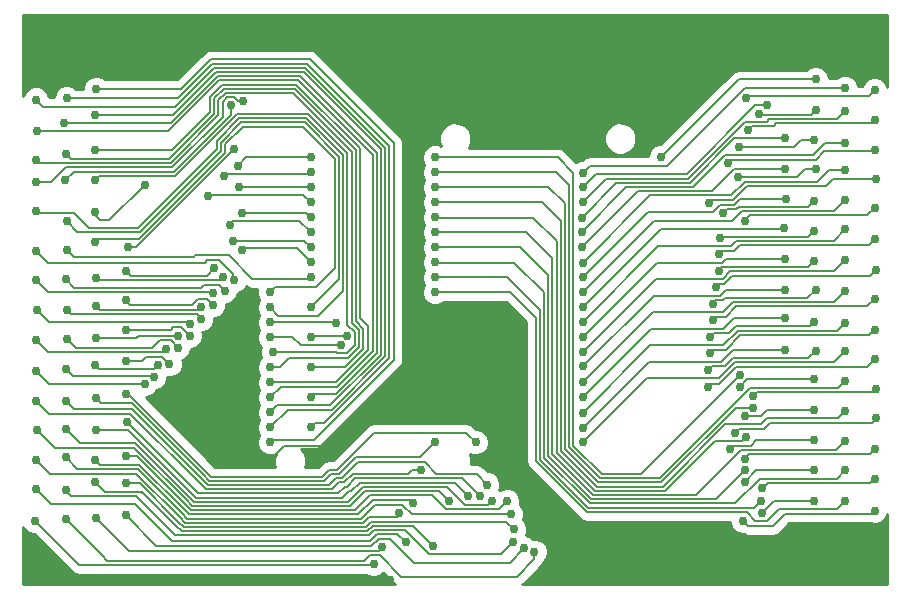
<source format=gbl>
G04 #@! TF.FileFunction,Copper,L2,Bot,Signal*
%FSLAX46Y46*%
G04 Gerber Fmt 4.6, Leading zero omitted, Abs format (unit mm)*
G04 Created by KiCad (PCBNEW 4.0.1-stable) date 2017-04-12 2:11:18 PM*
%MOMM*%
G01*
G04 APERTURE LIST*
%ADD10C,0.150000*%
%ADD11C,0.762000*%
%ADD12C,0.177800*%
%ADD13C,0.254000*%
G04 APERTURE END LIST*
D10*
D11*
X106700000Y-42300000D03*
X93600000Y-48900000D03*
X87000000Y-50200000D03*
X109200000Y-43000000D03*
X111700000Y-43200000D03*
X100800000Y-43900000D03*
X87000000Y-51400000D03*
X102600000Y-44500000D03*
X101900000Y-45200000D03*
X106700000Y-44900000D03*
X87000000Y-52700000D03*
X109200000Y-45000000D03*
X111700000Y-45700000D03*
X101000000Y-46600000D03*
X86900000Y-54000000D03*
X104100000Y-47300000D03*
X106600000Y-47400000D03*
X100200000Y-48000000D03*
X86900000Y-55200000D03*
X109200000Y-47700000D03*
X99300000Y-49400000D03*
X111700000Y-48300000D03*
X86900000Y-56500000D03*
X104100000Y-49900000D03*
X100100000Y-50600000D03*
X106700000Y-49900000D03*
X87000000Y-57800000D03*
X109200000Y-50000000D03*
X97700000Y-52800000D03*
X111800000Y-50700000D03*
X87000000Y-59000000D03*
X104200000Y-52400000D03*
X98900000Y-53600000D03*
X106600000Y-52600000D03*
X87000000Y-60300000D03*
X109200000Y-52500000D03*
X100700000Y-54300000D03*
X111700000Y-53200000D03*
X87000000Y-61600000D03*
X104000000Y-54900000D03*
X98600000Y-55700000D03*
X106600000Y-55100000D03*
X109200000Y-55000000D03*
X87000000Y-62800000D03*
X98500000Y-57100000D03*
X111700000Y-55800000D03*
X104100000Y-57500000D03*
X87000000Y-64100000D03*
X98500000Y-58500000D03*
X106600000Y-57700000D03*
X87000000Y-65400000D03*
X109200000Y-57600000D03*
X98300000Y-59900000D03*
X111800000Y-58400000D03*
X87000000Y-66600000D03*
X104100000Y-60100000D03*
X98000000Y-61300000D03*
X106700000Y-60100000D03*
X109200000Y-60200000D03*
X87000000Y-67900000D03*
X98000000Y-62700000D03*
X111700000Y-60900000D03*
X87000000Y-69200000D03*
X104100000Y-62500000D03*
X97800000Y-64100000D03*
X106600000Y-62800000D03*
X109200000Y-62900000D03*
X87000000Y-70500000D03*
X97800000Y-65500000D03*
X111700000Y-63500000D03*
X87000000Y-71800000D03*
X104100000Y-65200000D03*
X97600000Y-66900000D03*
X106700000Y-65300000D03*
X87000000Y-73000000D03*
X109200000Y-65300000D03*
X97600000Y-68300000D03*
X111700000Y-66000000D03*
X74485000Y-48895000D03*
X100300000Y-67300000D03*
X100300000Y-68300000D03*
X106600000Y-67700000D03*
X74485000Y-50165000D03*
X109200000Y-67800000D03*
X101400000Y-69100000D03*
X111800000Y-68500000D03*
X74485000Y-51435000D03*
X101400000Y-70100000D03*
X106600000Y-70300000D03*
X100700000Y-70800000D03*
X74485000Y-52705000D03*
X109200000Y-70400000D03*
X111800000Y-71000000D03*
X99900000Y-72200000D03*
X74485000Y-53975000D03*
X100800000Y-72600000D03*
X106600000Y-72800000D03*
X99500000Y-73600000D03*
X74485000Y-55245000D03*
X109200000Y-72900000D03*
X111700000Y-73600000D03*
X100700000Y-74400000D03*
X74485000Y-56515000D03*
X100700000Y-75400000D03*
X106600000Y-75400000D03*
X100700000Y-76400000D03*
X74485000Y-57785000D03*
X109200000Y-75400000D03*
X111700000Y-76100000D03*
X102200000Y-76900000D03*
X74485000Y-59055000D03*
X102100000Y-78000000D03*
X106600000Y-78000000D03*
X102200000Y-79000000D03*
X74485000Y-60325000D03*
X109200000Y-78000000D03*
X111700000Y-78800000D03*
X100600000Y-79700000D03*
X69300000Y-83300000D03*
X40600000Y-79700000D03*
X82900000Y-82300000D03*
X43200000Y-79500000D03*
X45800000Y-79400000D03*
X70000000Y-81900000D03*
X48300000Y-79200000D03*
X82000000Y-82000000D03*
X72000000Y-81500000D03*
X40700000Y-77000000D03*
X81100000Y-81500000D03*
X43200000Y-77100000D03*
X45700000Y-76400000D03*
X74300000Y-81800000D03*
X48300000Y-76500000D03*
X81200000Y-80400000D03*
X71400000Y-79000000D03*
X40700000Y-74500000D03*
X80900000Y-79100000D03*
X43200000Y-74300000D03*
X72600000Y-78200000D03*
X45700000Y-74500000D03*
X48300000Y-74200000D03*
X80600000Y-78000000D03*
X40800000Y-72000000D03*
X75700000Y-78000000D03*
X79300000Y-78000000D03*
X43200000Y-71900000D03*
X45800000Y-72000000D03*
X77300000Y-77600000D03*
X48400000Y-71300000D03*
X78300000Y-77600000D03*
X40700000Y-69500000D03*
X73300000Y-75400000D03*
X43200000Y-69500000D03*
X78900000Y-76600000D03*
X74485000Y-73025000D03*
X45800000Y-69300000D03*
X77915000Y-73025000D03*
X48300000Y-68900000D03*
X40700000Y-67000000D03*
X49900000Y-68100000D03*
X50700000Y-67500000D03*
X43200000Y-66800000D03*
X63945000Y-48895000D03*
X57800000Y-49600000D03*
X45700000Y-66500000D03*
X51000000Y-66500000D03*
X63945000Y-50165000D03*
X48300000Y-66100000D03*
X52000000Y-66400000D03*
X56600000Y-50500000D03*
X40700000Y-64400000D03*
X51700000Y-65100000D03*
X63945000Y-51435000D03*
X43300000Y-64300000D03*
X52700000Y-65000000D03*
X57900000Y-51400000D03*
X52700000Y-64000000D03*
X45800000Y-64200000D03*
X63945000Y-52705000D03*
X48300000Y-63500000D03*
X53700000Y-64000000D03*
X55300000Y-52200000D03*
X53700000Y-63000000D03*
X40800000Y-61800000D03*
X63945000Y-53975000D03*
X43300000Y-61800000D03*
X54700000Y-62600000D03*
X58100000Y-53600000D03*
X45800000Y-61500000D03*
X54700000Y-61600000D03*
X63945000Y-55245000D03*
X48300000Y-61000000D03*
X55700000Y-61400000D03*
X57100000Y-54600000D03*
X40700000Y-59300000D03*
X55700000Y-60400000D03*
X63945000Y-56515000D03*
X43200000Y-59200000D03*
X56700000Y-60200000D03*
X57400000Y-56000000D03*
X45800000Y-59100000D03*
X56500000Y-59000000D03*
X63945000Y-57785000D03*
X48300000Y-58500000D03*
X55800000Y-58300000D03*
X58100000Y-56700000D03*
X40700000Y-56800000D03*
X57500000Y-59300000D03*
X63945000Y-59055000D03*
X43300000Y-56700000D03*
X60515000Y-60325000D03*
X45700000Y-56100000D03*
X48500000Y-56500000D03*
X57500000Y-48200000D03*
X60515000Y-61595000D03*
X40700000Y-53400000D03*
X63945000Y-61595000D03*
X43300000Y-54300000D03*
X49900000Y-51200000D03*
X66100000Y-62900000D03*
X60515000Y-62865000D03*
X45700000Y-53500000D03*
X58200000Y-44100000D03*
X60515000Y-64135000D03*
X66500000Y-64800000D03*
X40700000Y-51000000D03*
X43180000Y-50800000D03*
X67000000Y-64000000D03*
X57200000Y-44500000D03*
X63945000Y-64135000D03*
X60800000Y-65400000D03*
X45720000Y-50800000D03*
X60515000Y-66675000D03*
X40700000Y-49100000D03*
X63945000Y-66675000D03*
X43200000Y-48600000D03*
X60515000Y-67945000D03*
X45700000Y-48300000D03*
X60515000Y-69215000D03*
X40800000Y-46700000D03*
X63945000Y-69215000D03*
X43100000Y-46000000D03*
X60515000Y-70485000D03*
X45700000Y-45300000D03*
X60515000Y-71755000D03*
X40700000Y-44000000D03*
X63945000Y-71755000D03*
X43300000Y-43900000D03*
X60515000Y-73025000D03*
X45800000Y-43100000D03*
X57500000Y-74400000D03*
X84400000Y-84600000D03*
X84300000Y-82100000D03*
X72100000Y-45900000D03*
X70700000Y-84700000D03*
D12*
X100200000Y-42300000D02*
X106700000Y-42300000D01*
X93600000Y-48900000D02*
X100200000Y-42300000D01*
X87000000Y-50200000D02*
X87600000Y-49600000D01*
X100700000Y-43000000D02*
X109200000Y-43000000D01*
X94100000Y-49600000D02*
X100700000Y-43000000D01*
X87600000Y-49600000D02*
X94100000Y-49600000D01*
X111200000Y-43700000D02*
X111700000Y-43200000D01*
X101000000Y-43700000D02*
X111200000Y-43700000D01*
X100800000Y-43900000D02*
X101000000Y-43700000D01*
X87000000Y-51400000D02*
X88100000Y-50300000D01*
X101600000Y-44500000D02*
X102600000Y-44500000D01*
X95800000Y-50300000D02*
X101600000Y-44500000D01*
X88100000Y-50300000D02*
X95800000Y-50300000D01*
X101900000Y-45200000D02*
X102000000Y-45300000D01*
X102000000Y-45300000D02*
X106300000Y-45300000D01*
X106300000Y-45300000D02*
X106700000Y-44900000D01*
X87000000Y-52700000D02*
X89000000Y-50700000D01*
X89000000Y-50700000D02*
X95902898Y-50700000D01*
X108544398Y-45655602D02*
X109200000Y-45000000D01*
X102800000Y-45655602D02*
X108544398Y-45655602D01*
X102555602Y-45900000D02*
X102800000Y-45655602D01*
X100702898Y-45900000D02*
X102555602Y-45900000D01*
X95902898Y-50700000D02*
X100702898Y-45900000D01*
X101344398Y-46255602D02*
X103144398Y-46255602D01*
X111388796Y-46011204D02*
X111700000Y-45700000D01*
X103388796Y-46011204D02*
X111388796Y-46011204D01*
X101000000Y-46600000D02*
X101344398Y-46255602D01*
X103144398Y-46255602D02*
X103388796Y-46011204D01*
X89844398Y-51055602D02*
X89900000Y-51055602D01*
X86900000Y-54000000D02*
X89844398Y-51055602D01*
X89900000Y-51055602D02*
X96050194Y-51055602D01*
X99805796Y-47300000D02*
X104100000Y-47300000D01*
X96050194Y-51055602D02*
X99805796Y-47300000D01*
X105500000Y-47400000D02*
X106600000Y-47400000D01*
X104900000Y-48000000D02*
X105500000Y-47400000D01*
X100200000Y-48000000D02*
X104900000Y-48000000D01*
X90688796Y-51411204D02*
X90700000Y-51411204D01*
X86900000Y-55200000D02*
X90688796Y-51411204D01*
X90700000Y-51411204D02*
X96288796Y-51411204D01*
X107500000Y-47700000D02*
X109200000Y-47700000D01*
X106500000Y-48700000D02*
X107500000Y-47700000D01*
X99000000Y-48700000D02*
X106500000Y-48700000D01*
X96288796Y-51411204D02*
X99000000Y-48700000D01*
X99300000Y-49400000D02*
X99600000Y-49100000D01*
X99600000Y-49100000D02*
X106700000Y-49100000D01*
X106700000Y-49100000D02*
X107400000Y-48400000D01*
X107400000Y-48400000D02*
X111600000Y-48400000D01*
X111600000Y-48400000D02*
X111700000Y-48300000D01*
X91633194Y-51766806D02*
X91700000Y-51766806D01*
X86900000Y-56500000D02*
X91633194Y-51766806D01*
X99800000Y-49900000D02*
X104100000Y-49900000D01*
X97933194Y-51766806D02*
X99800000Y-49900000D01*
X91700000Y-51766806D02*
X97933194Y-51766806D01*
X100100000Y-50600000D02*
X105100000Y-50600000D01*
X105100000Y-50600000D02*
X105800000Y-49900000D01*
X105800000Y-49900000D02*
X106700000Y-49900000D01*
X87000000Y-57800000D02*
X92677592Y-52122408D01*
X92677592Y-52122408D02*
X92700000Y-52122408D01*
X107800000Y-50000000D02*
X109200000Y-50000000D01*
X106844398Y-50955602D02*
X107800000Y-50000000D01*
X100700000Y-50955602D02*
X106844398Y-50955602D01*
X99533194Y-52122408D02*
X100700000Y-50955602D01*
X92700000Y-52122408D02*
X99533194Y-52122408D01*
X97700000Y-52800000D02*
X98000000Y-52500000D01*
X98000000Y-52500000D02*
X99700000Y-52500000D01*
X99700000Y-52500000D02*
X100888796Y-51311204D01*
X100888796Y-51311204D02*
X107588796Y-51311204D01*
X107588796Y-51311204D02*
X108200000Y-50700000D01*
X108200000Y-50700000D02*
X111800000Y-50700000D01*
X87000000Y-59000000D02*
X92500000Y-53500000D01*
X100302898Y-52400000D02*
X104200000Y-52400000D01*
X99802898Y-52900000D02*
X100302898Y-52400000D01*
X98600000Y-52900000D02*
X99802898Y-52900000D01*
X98000000Y-53500000D02*
X98600000Y-52900000D01*
X92500000Y-53500000D02*
X98000000Y-53500000D01*
X98900000Y-53600000D02*
X99200000Y-53300000D01*
X99200000Y-53300000D02*
X100000000Y-53300000D01*
X100000000Y-53300000D02*
X100200000Y-53100000D01*
X100200000Y-53100000D02*
X106100000Y-53100000D01*
X106100000Y-53100000D02*
X106600000Y-52600000D01*
X87000000Y-60300000D02*
X93000000Y-54300000D01*
X108244398Y-53455602D02*
X109200000Y-52500000D01*
X100500000Y-53455602D02*
X108244398Y-53455602D01*
X99655602Y-54300000D02*
X100500000Y-53455602D01*
X93000000Y-54300000D02*
X99655602Y-54300000D01*
X100700000Y-54300000D02*
X101188796Y-53811204D01*
X101188796Y-53811204D02*
X111088796Y-53811204D01*
X111088796Y-53811204D02*
X111700000Y-53200000D01*
X87000000Y-61600000D02*
X93600000Y-55000000D01*
X103900000Y-55000000D02*
X104000000Y-54900000D01*
X93600000Y-55000000D02*
X103900000Y-55000000D01*
X98600000Y-55700000D02*
X98700000Y-55600000D01*
X98700000Y-55600000D02*
X106100000Y-55600000D01*
X106100000Y-55600000D02*
X106600000Y-55100000D01*
X93400000Y-56400000D02*
X99555602Y-56400000D01*
X99555602Y-56400000D02*
X100000000Y-55955602D01*
X100000000Y-55955602D02*
X108244398Y-55955602D01*
X108244398Y-55955602D02*
X109200000Y-55000000D01*
X87000000Y-62800000D02*
X93400000Y-56400000D01*
X98500000Y-57100000D02*
X98800000Y-56800000D01*
X98800000Y-56800000D02*
X99800000Y-56800000D01*
X99800000Y-56800000D02*
X100288796Y-56311204D01*
X100288796Y-56311204D02*
X111188796Y-56311204D01*
X111188796Y-56311204D02*
X111700000Y-55800000D01*
X93300000Y-57800000D02*
X98802898Y-57800000D01*
X98802898Y-57800000D02*
X99102898Y-57500000D01*
X99102898Y-57500000D02*
X104100000Y-57500000D01*
X87000000Y-64100000D02*
X93300000Y-57800000D01*
X98500000Y-58500000D02*
X98800000Y-58200000D01*
X98800000Y-58200000D02*
X106100000Y-58200000D01*
X106100000Y-58200000D02*
X106600000Y-57700000D01*
X87000000Y-65400000D02*
X93200000Y-59200000D01*
X108244398Y-58555602D02*
X109200000Y-57600000D01*
X99500000Y-58555602D02*
X108244398Y-58555602D01*
X98855602Y-59200000D02*
X99500000Y-58555602D01*
X93200000Y-59200000D02*
X98855602Y-59200000D01*
X98300000Y-59900000D02*
X98600000Y-59600000D01*
X98600000Y-59600000D02*
X98958500Y-59600000D01*
X98958500Y-59600000D02*
X99647296Y-58911204D01*
X99647296Y-58911204D02*
X111288796Y-58911204D01*
X111288796Y-58911204D02*
X111800000Y-58400000D01*
X87000000Y-66600000D02*
X93000000Y-60600000D01*
X99100000Y-60100000D02*
X104100000Y-60100000D01*
X98600000Y-60600000D02*
X99100000Y-60100000D01*
X93000000Y-60600000D02*
X98600000Y-60600000D01*
X98000000Y-61300000D02*
X98300000Y-61000000D01*
X98300000Y-61000000D02*
X98855602Y-61000000D01*
X98855602Y-61000000D02*
X99055602Y-60800000D01*
X99055602Y-60800000D02*
X106000000Y-60800000D01*
X106000000Y-60800000D02*
X106700000Y-60100000D01*
X92900000Y-62000000D02*
X98855602Y-62000000D01*
X98855602Y-62000000D02*
X99700000Y-61155602D01*
X99700000Y-61155602D02*
X108244398Y-61155602D01*
X108244398Y-61155602D02*
X109200000Y-60200000D01*
X87000000Y-67900000D02*
X92900000Y-62000000D01*
X98000000Y-62700000D02*
X98300000Y-62400000D01*
X98300000Y-62400000D02*
X99100000Y-62400000D01*
X99100000Y-62400000D02*
X99988796Y-61511204D01*
X99988796Y-61511204D02*
X111088796Y-61511204D01*
X111088796Y-61511204D02*
X111700000Y-60900000D01*
X87000000Y-69200000D02*
X92800000Y-63400000D01*
X99800000Y-62500000D02*
X104100000Y-62500000D01*
X98900000Y-63400000D02*
X99800000Y-62500000D01*
X92800000Y-63400000D02*
X98900000Y-63400000D01*
X97800000Y-64100000D02*
X98100000Y-63800000D01*
X98100000Y-63800000D02*
X99400000Y-63800000D01*
X99400000Y-63800000D02*
X100000000Y-63200000D01*
X100000000Y-63200000D02*
X106200000Y-63200000D01*
X106200000Y-63200000D02*
X106600000Y-62800000D01*
X98902898Y-64800000D02*
X92700000Y-64800000D01*
X98902898Y-64800000D02*
X100102898Y-63600000D01*
X100102898Y-63600000D02*
X108500000Y-63600000D01*
X108500000Y-63600000D02*
X109200000Y-62900000D01*
X87000000Y-70500000D02*
X92700000Y-64800000D01*
X97800000Y-65500000D02*
X98100000Y-65200000D01*
X98100000Y-65200000D02*
X99100000Y-65200000D01*
X99100000Y-65200000D02*
X100344398Y-63955602D01*
X100344398Y-63955602D02*
X111244398Y-63955602D01*
X111244398Y-63955602D02*
X111700000Y-63500000D01*
X87000000Y-71800000D02*
X92600000Y-66200000D01*
X99700000Y-65200000D02*
X104100000Y-65200000D01*
X98700000Y-66200000D02*
X99700000Y-65200000D01*
X92600000Y-66200000D02*
X98700000Y-66200000D01*
X97600000Y-66900000D02*
X97900000Y-66600000D01*
X97900000Y-66600000D02*
X99000000Y-66600000D01*
X99000000Y-66600000D02*
X99700000Y-65900000D01*
X99700000Y-65900000D02*
X106100000Y-65900000D01*
X106100000Y-65900000D02*
X106700000Y-65300000D01*
X87000000Y-73000000D02*
X92400000Y-67600000D01*
X108244398Y-66255602D02*
X109200000Y-65300000D01*
X99847296Y-66255602D02*
X108244398Y-66255602D01*
X98502898Y-67600000D02*
X99847296Y-66255602D01*
X92400000Y-67600000D02*
X98502898Y-67600000D01*
X97600000Y-68300000D02*
X97800000Y-68100000D01*
X97800000Y-68100000D02*
X98505796Y-68100000D01*
X98505796Y-68100000D02*
X99994592Y-66611204D01*
X99994592Y-66611204D02*
X111088796Y-66611204D01*
X111088796Y-66611204D02*
X111700000Y-66000000D01*
X88600000Y-75700000D02*
X91900000Y-75700000D01*
X74485000Y-48895000D02*
X74490000Y-48900000D01*
X74490000Y-48900000D02*
X84900000Y-48900000D01*
X84900000Y-48900000D02*
X86200000Y-50200000D01*
X86200000Y-50200000D02*
X86200000Y-73300000D01*
X86200000Y-73300000D02*
X88600000Y-75700000D01*
X91900000Y-75700000D02*
X100300000Y-67300000D01*
X100300000Y-68300000D02*
X100900000Y-67700000D01*
X100900000Y-67700000D02*
X106600000Y-67700000D01*
X108600000Y-68400000D02*
X109200000Y-67800000D01*
X101155602Y-68400000D02*
X108600000Y-68400000D01*
X93500000Y-76055602D02*
X101155602Y-68400000D01*
X88452704Y-76055602D02*
X93500000Y-76055602D01*
X85844398Y-73447296D02*
X88452704Y-76055602D01*
X85844398Y-51200000D02*
X85844398Y-73447296D01*
X84744398Y-50100000D02*
X85844398Y-51200000D01*
X74550000Y-50100000D02*
X84744398Y-50100000D01*
X74550000Y-50100000D02*
X74485000Y-50165000D01*
X101744398Y-68755602D02*
X111544398Y-68755602D01*
X101400000Y-69100000D02*
X101744398Y-68755602D01*
X111544398Y-68755602D02*
X111800000Y-68500000D01*
X99958500Y-70100000D02*
X101400000Y-70100000D01*
X93647296Y-76411204D02*
X99958500Y-70100000D01*
X88305408Y-76411204D02*
X93647296Y-76411204D01*
X85488796Y-73594592D02*
X88305408Y-76411204D01*
X85488796Y-52800000D02*
X85488796Y-73594592D01*
X84088796Y-51400000D02*
X85488796Y-52800000D01*
X74520000Y-51400000D02*
X84088796Y-51400000D01*
X74520000Y-51400000D02*
X74485000Y-51435000D01*
X102600000Y-70300000D02*
X106600000Y-70300000D01*
X102100000Y-70800000D02*
X102600000Y-70300000D01*
X100700000Y-70800000D02*
X102100000Y-70800000D01*
X108600000Y-71000000D02*
X109200000Y-70400000D01*
X102600000Y-71000000D02*
X108600000Y-71000000D01*
X102100000Y-71500000D02*
X102600000Y-71000000D01*
X99061398Y-71500000D02*
X102100000Y-71500000D01*
X93794592Y-76766806D02*
X99061398Y-71500000D01*
X88158112Y-76766806D02*
X93794592Y-76766806D01*
X85133194Y-73741888D02*
X88158112Y-76766806D01*
X85133194Y-54300000D02*
X85133194Y-73741888D01*
X83533194Y-52700000D02*
X85133194Y-54300000D01*
X74490000Y-52700000D02*
X83533194Y-52700000D01*
X74490000Y-52700000D02*
X74485000Y-52705000D01*
X111444398Y-71355602D02*
X111800000Y-71000000D01*
X102844398Y-71355602D02*
X111444398Y-71355602D01*
X102344398Y-71855602D02*
X102844398Y-71355602D01*
X100244398Y-71855602D02*
X102344398Y-71855602D01*
X99900000Y-72200000D02*
X100244398Y-71855602D01*
X100500000Y-72900000D02*
X100800000Y-72600000D01*
X98164296Y-72900000D02*
X100500000Y-72900000D01*
X93941888Y-77122408D02*
X98164296Y-72900000D01*
X88010816Y-77122408D02*
X93941888Y-77122408D01*
X84777592Y-73889184D02*
X88010816Y-77122408D01*
X84777592Y-56000000D02*
X84777592Y-73889184D01*
X82777592Y-54000000D02*
X84777592Y-56000000D01*
X74510000Y-54000000D02*
X82777592Y-54000000D01*
X74510000Y-54000000D02*
X74485000Y-53975000D01*
X101700000Y-72800000D02*
X106600000Y-72800000D01*
X101200000Y-73300000D02*
X101700000Y-72800000D01*
X99800000Y-73300000D02*
X101200000Y-73300000D01*
X99500000Y-73600000D02*
X99800000Y-73300000D01*
X108444398Y-73655602D02*
X109200000Y-72900000D01*
X100400000Y-73655602D02*
X108444398Y-73655602D01*
X96577592Y-77478010D02*
X100400000Y-73655602D01*
X87863520Y-77478010D02*
X96577592Y-77478010D01*
X84421990Y-74036480D02*
X87863520Y-77478010D01*
X84421990Y-57400000D02*
X84421990Y-74036480D01*
X82221990Y-55200000D02*
X84421990Y-57400000D01*
X74530000Y-55200000D02*
X82221990Y-55200000D01*
X74530000Y-55200000D02*
X74485000Y-55245000D01*
X111288796Y-74011204D02*
X111700000Y-73600000D01*
X101088796Y-74011204D02*
X111288796Y-74011204D01*
X100700000Y-74400000D02*
X101088796Y-74011204D01*
X98266388Y-77833612D02*
X100700000Y-75400000D01*
X87716224Y-77833612D02*
X98266388Y-77833612D01*
X84066388Y-74183776D02*
X87716224Y-77833612D01*
X84066388Y-58866388D02*
X84066388Y-74183776D01*
X81700000Y-56500000D02*
X84066388Y-58866388D01*
X74500000Y-56500000D02*
X81700000Y-56500000D01*
X74500000Y-56500000D02*
X74485000Y-56515000D01*
X101700000Y-75400000D02*
X106600000Y-75400000D01*
X100700000Y-76400000D02*
X101700000Y-75400000D01*
X108500000Y-76100000D02*
X109200000Y-75400000D01*
X102000000Y-76100000D02*
X108500000Y-76100000D01*
X99900000Y-78200000D02*
X102000000Y-76100000D01*
X87579714Y-78200000D02*
X99900000Y-78200000D01*
X83710786Y-74331072D02*
X87579714Y-78200000D01*
X83710786Y-60300000D02*
X83710786Y-74331072D01*
X81210786Y-57800000D02*
X83710786Y-60300000D01*
X74500000Y-57800000D02*
X81210786Y-57800000D01*
X74500000Y-57800000D02*
X74485000Y-57785000D01*
X111344398Y-76455602D02*
X111700000Y-76100000D01*
X102644398Y-76455602D02*
X111344398Y-76455602D01*
X102200000Y-76900000D02*
X102644398Y-76455602D01*
X101500000Y-78600000D02*
X102100000Y-78000000D01*
X87476816Y-78600000D02*
X101500000Y-78600000D01*
X83355184Y-74478368D02*
X87476816Y-78600000D01*
X83355184Y-61800000D02*
X83355184Y-74478368D01*
X80555184Y-59000000D02*
X83355184Y-61800000D01*
X74540000Y-59000000D02*
X80555184Y-59000000D01*
X74540000Y-59000000D02*
X74485000Y-59055000D01*
X103200000Y-78000000D02*
X106600000Y-78000000D01*
X102200000Y-79000000D02*
X103200000Y-78000000D01*
X108500000Y-78700000D02*
X109200000Y-78000000D01*
X103600000Y-78700000D02*
X108500000Y-78700000D01*
X102600000Y-79700000D02*
X103600000Y-78700000D01*
X101600000Y-79700000D02*
X102600000Y-79700000D01*
X100855602Y-78955602D02*
X101600000Y-79700000D01*
X87329520Y-78955602D02*
X100855602Y-78955602D01*
X82999582Y-74625664D02*
X87329520Y-78955602D01*
X82999582Y-62500000D02*
X82999582Y-74625664D01*
X80799582Y-60300000D02*
X82999582Y-62500000D01*
X74510000Y-60300000D02*
X80799582Y-60300000D01*
X74510000Y-60300000D02*
X74485000Y-60325000D01*
X111444398Y-79055602D02*
X111700000Y-78800000D01*
X104144398Y-79055602D02*
X111444398Y-79055602D01*
X103100000Y-80100000D02*
X104144398Y-79055602D01*
X101000000Y-80100000D02*
X103100000Y-80100000D01*
X100600000Y-79700000D02*
X101000000Y-80100000D01*
X69300000Y-83300000D02*
X69200000Y-83400000D01*
X69200000Y-83400000D02*
X44300000Y-83400000D01*
X44300000Y-83400000D02*
X40600000Y-79700000D01*
X82900000Y-82300000D02*
X82900000Y-82900000D01*
X82900000Y-82900000D02*
X81400000Y-84400000D01*
X69700000Y-82600000D02*
X69800000Y-82600000D01*
X71600000Y-84400000D02*
X81400000Y-84400000D01*
X69800000Y-82600000D02*
X71600000Y-84400000D01*
X69700000Y-82600000D02*
X68944398Y-82600000D01*
X46300000Y-82600000D02*
X43200000Y-79500000D01*
X46744398Y-83044398D02*
X46300000Y-82600000D01*
X68500000Y-83044398D02*
X46744398Y-83044398D01*
X68944398Y-82600000D02*
X68500000Y-83044398D01*
X48600000Y-82200000D02*
X45800000Y-79400000D01*
X69700000Y-82200000D02*
X48600000Y-82200000D01*
X70000000Y-81900000D02*
X69700000Y-82200000D01*
X50900000Y-81800000D02*
X48300000Y-79200000D01*
X69100000Y-81800000D02*
X50900000Y-81800000D01*
X69700000Y-81200000D02*
X69100000Y-81800000D01*
X70700000Y-81200000D02*
X69700000Y-81200000D01*
X72700000Y-83200000D02*
X70700000Y-81200000D01*
X80800000Y-83200000D02*
X72700000Y-83200000D01*
X82000000Y-82000000D02*
X80800000Y-83200000D01*
X72000000Y-81500000D02*
X71300000Y-80800000D01*
X71300000Y-80800000D02*
X69597102Y-80800000D01*
X69597102Y-80800000D02*
X68997102Y-81400000D01*
X68997102Y-81400000D02*
X52200000Y-81400000D01*
X52200000Y-81400000D02*
X49060000Y-78260000D01*
X49060000Y-78260000D02*
X41960000Y-78260000D01*
X41960000Y-78260000D02*
X40700000Y-77000000D01*
X49200000Y-77600000D02*
X43700000Y-77600000D01*
X81100000Y-81500000D02*
X80100000Y-82500000D01*
X80100000Y-82500000D02*
X74000000Y-82500000D01*
X74000000Y-82500000D02*
X71944398Y-80444398D01*
X71944398Y-80444398D02*
X69355602Y-80444398D01*
X69355602Y-80444398D02*
X68900000Y-80900000D01*
X68900000Y-80900000D02*
X52500000Y-80900000D01*
X52500000Y-80900000D02*
X49200000Y-77600000D01*
X43700000Y-77600000D02*
X43200000Y-77100000D01*
X53044398Y-80544398D02*
X52588796Y-80088796D01*
X68752704Y-80544398D02*
X53044398Y-80544398D01*
X69208306Y-80088796D02*
X68752704Y-80544398D01*
X45700000Y-76400000D02*
X46500000Y-77200000D01*
X49700000Y-77300000D02*
X49700000Y-77200000D01*
X49600000Y-77200000D02*
X49700000Y-77300000D01*
X46500000Y-77200000D02*
X49600000Y-77200000D01*
X72588796Y-80088796D02*
X69300000Y-80088796D01*
X52588796Y-80088796D02*
X49700000Y-77200000D01*
X69300000Y-80088796D02*
X69208306Y-80088796D01*
X74300000Y-81800000D02*
X72588796Y-80088796D01*
X69100000Y-79733194D02*
X69055602Y-79733194D01*
X53191694Y-80188796D02*
X52736092Y-79733194D01*
X68600000Y-80188796D02*
X53191694Y-80188796D01*
X69055602Y-79733194D02*
X68600000Y-80188796D01*
X52736092Y-79733194D02*
X49502898Y-76500000D01*
X49502898Y-76500000D02*
X48300000Y-76500000D01*
X80533194Y-79733194D02*
X69100000Y-79733194D01*
X81200000Y-80400000D02*
X80533194Y-79733194D01*
X71300000Y-79100000D02*
X71300000Y-79377592D01*
X71400000Y-79000000D02*
X71300000Y-79100000D01*
X69000000Y-79377592D02*
X68855602Y-79377592D01*
X71300000Y-79377592D02*
X69000000Y-79377592D01*
X41900000Y-75700000D02*
X40700000Y-74500000D01*
X49205796Y-75700000D02*
X41900000Y-75700000D01*
X52883388Y-79377592D02*
X49205796Y-75700000D01*
X68855602Y-79377592D02*
X68400000Y-79833194D01*
X68400000Y-79833194D02*
X53338990Y-79833194D01*
X53338990Y-79833194D02*
X52883388Y-79377592D01*
X73800000Y-79100000D02*
X72500000Y-79100000D01*
X72500000Y-79100000D02*
X71700000Y-78300000D01*
X69800000Y-78300000D02*
X69430296Y-78300000D01*
X71700000Y-78300000D02*
X69800000Y-78300000D01*
X44200000Y-75300000D02*
X43200000Y-74300000D01*
X49308694Y-75300000D02*
X44200000Y-75300000D01*
X53030684Y-79021990D02*
X49308694Y-75300000D01*
X80900000Y-79100000D02*
X73800000Y-79100000D01*
X68252704Y-79477592D02*
X53486286Y-79477592D01*
X53486286Y-79477592D02*
X53030684Y-79021990D01*
X69430296Y-78300000D02*
X68252704Y-79477592D01*
X69210995Y-77910995D02*
X72310995Y-77910995D01*
X72310995Y-77910995D02*
X72600000Y-78200000D01*
X72500000Y-78100000D02*
X72500000Y-78000000D01*
X72600000Y-78200000D02*
X72500000Y-78100000D01*
X69221990Y-77900000D02*
X69210995Y-77910995D01*
X69210995Y-77910995D02*
X68000000Y-79121990D01*
X46144398Y-74944398D02*
X45700000Y-74500000D01*
X49455990Y-74944398D02*
X46144398Y-74944398D01*
X53111592Y-78600000D02*
X49455990Y-74944398D01*
X68000000Y-79121990D02*
X53633582Y-79121990D01*
X53633582Y-79121990D02*
X53111592Y-78600000D01*
X79900000Y-78700000D02*
X80600000Y-78000000D01*
X69200000Y-77500000D02*
X69000000Y-77500000D01*
X53780878Y-78766388D02*
X53214490Y-78200000D01*
X67733612Y-78766388D02*
X53928174Y-78766388D01*
X49214490Y-74200000D02*
X48300000Y-74200000D01*
X53214490Y-78200000D02*
X49214490Y-74200000D01*
X74200000Y-77500000D02*
X69200000Y-77500000D01*
X75400000Y-78700000D02*
X74200000Y-77500000D01*
X79900000Y-78700000D02*
X75400000Y-78700000D01*
X53928174Y-78766388D02*
X53780878Y-78766388D01*
X69000000Y-77500000D02*
X67733612Y-78766388D01*
X67292112Y-78410786D02*
X53928174Y-78410786D01*
X53361786Y-77844398D02*
X49017388Y-73500000D01*
X49017388Y-73500000D02*
X42300000Y-73500000D01*
X42300000Y-73500000D02*
X40800000Y-72000000D01*
X53928174Y-78410786D02*
X53361786Y-77844398D01*
X75700000Y-78000000D02*
X74844398Y-77144398D01*
X74844398Y-77144398D02*
X68900000Y-77144398D01*
X68900000Y-77144398D02*
X68558500Y-77144398D01*
X68558500Y-77144398D02*
X67292112Y-78410786D01*
X67100000Y-78055184D02*
X67144816Y-78055184D01*
X75300000Y-76788796D02*
X68411204Y-76788796D01*
X44400000Y-73100000D02*
X43200000Y-71900000D01*
X49120286Y-73100000D02*
X44400000Y-73100000D01*
X53509082Y-77488796D02*
X49120286Y-73100000D01*
X75488796Y-76788796D02*
X77044398Y-78344398D01*
X77044398Y-78344398D02*
X78955602Y-78344398D01*
X78955602Y-78344398D02*
X79300000Y-78000000D01*
X75300000Y-76788796D02*
X75488796Y-76788796D01*
X67100000Y-78055184D02*
X54075470Y-78055184D01*
X54075470Y-78055184D02*
X53509082Y-77488796D01*
X67144816Y-78055184D02*
X68411204Y-76788796D01*
X68100000Y-76433194D02*
X67400000Y-77133194D01*
X67300000Y-77133194D02*
X67166388Y-77133194D01*
X54222766Y-77699582D02*
X53656378Y-77133194D01*
X66600000Y-77699582D02*
X54222766Y-77699582D01*
X67166388Y-77133194D02*
X66600000Y-77699582D01*
X53656378Y-77133194D02*
X48523184Y-72000000D01*
X48523184Y-72000000D02*
X45800000Y-72000000D01*
X67400000Y-77133194D02*
X67300000Y-77133194D01*
X76133194Y-76433194D02*
X68100000Y-76433194D01*
X77300000Y-77600000D02*
X76133194Y-76433194D01*
X66900000Y-76777592D02*
X66866388Y-76777592D01*
X54443980Y-77343980D02*
X53877592Y-76777592D01*
X66300000Y-77343980D02*
X54443980Y-77343980D01*
X66866388Y-76777592D02*
X66300000Y-77343980D01*
X53877592Y-76777592D02*
X48400000Y-71300000D01*
X67022408Y-76777592D02*
X66900000Y-76777592D01*
X67722408Y-76077592D02*
X67022408Y-76777592D01*
X76777592Y-76077592D02*
X67722408Y-76077592D01*
X78300000Y-77600000D02*
X76777592Y-76077592D01*
X72500000Y-75400000D02*
X72200000Y-75700000D01*
X72200000Y-75700000D02*
X67521990Y-75700000D01*
X67521990Y-75700000D02*
X66800000Y-76421990D01*
X66800000Y-76421990D02*
X66500000Y-76421990D01*
X41800000Y-70600000D02*
X40700000Y-69500000D01*
X48700000Y-70600000D02*
X41800000Y-70600000D01*
X54521990Y-76421990D02*
X48700000Y-70600000D01*
X66366388Y-76421990D02*
X65800000Y-76988378D01*
X65800000Y-76988378D02*
X55088378Y-76988378D01*
X55088378Y-76988378D02*
X54521990Y-76421990D01*
X66500000Y-76421990D02*
X66366388Y-76421990D01*
X73300000Y-75400000D02*
X72500000Y-75400000D01*
X66100000Y-76066388D02*
X66066388Y-76066388D01*
X55235674Y-76632776D02*
X54669286Y-76066388D01*
X65500000Y-76632776D02*
X55235674Y-76632776D01*
X66066388Y-76066388D02*
X65500000Y-76632776D01*
X54669286Y-76066388D02*
X48847296Y-70244398D01*
X48847296Y-70244398D02*
X43944398Y-70244398D01*
X43944398Y-70244398D02*
X43200000Y-69500000D01*
X66633612Y-76066388D02*
X66100000Y-76066388D01*
X68000000Y-74700000D02*
X66633612Y-76066388D01*
X73600000Y-74700000D02*
X68000000Y-74700000D01*
X74600000Y-75700000D02*
X73600000Y-74700000D01*
X78000000Y-75700000D02*
X74600000Y-75700000D01*
X78900000Y-76600000D02*
X78000000Y-75700000D01*
X65800000Y-75710786D02*
X65666388Y-75710786D01*
X55382970Y-76277174D02*
X54816582Y-75710786D01*
X65100000Y-76277174D02*
X55382970Y-76277174D01*
X65666388Y-75710786D02*
X65100000Y-76277174D01*
X54816582Y-75710786D02*
X48805796Y-69700000D01*
X48805796Y-69700000D02*
X46200000Y-69700000D01*
X46200000Y-69700000D02*
X45800000Y-69300000D01*
X66389214Y-75710786D02*
X65800000Y-75710786D01*
X67800000Y-74300000D02*
X66389214Y-75710786D01*
X73210000Y-74300000D02*
X67800000Y-74300000D01*
X73210000Y-74300000D02*
X74485000Y-73025000D01*
X48508694Y-68900000D02*
X48300000Y-68900000D01*
X55530266Y-75921572D02*
X48508694Y-68900000D01*
X64952704Y-75921572D02*
X55530266Y-75921572D01*
X65519092Y-75355184D02*
X64952704Y-75921572D01*
X66144816Y-75355184D02*
X65519092Y-75355184D01*
X69300000Y-72200000D02*
X66144816Y-75355184D01*
X77090000Y-72200000D02*
X69300000Y-72200000D01*
X77090000Y-72200000D02*
X77915000Y-73025000D01*
X40700000Y-67000000D02*
X40700000Y-67000000D01*
X41800000Y-68100000D02*
X40700000Y-67000000D01*
X49900000Y-68100000D02*
X41800000Y-68100000D01*
X63945000Y-48895000D02*
X58505000Y-48895000D01*
X63940000Y-48900000D02*
X63945000Y-48895000D01*
X50700000Y-67500000D02*
X50600000Y-67400000D01*
X50600000Y-67400000D02*
X43800000Y-67400000D01*
X43800000Y-67400000D02*
X43200000Y-66800000D01*
X58505000Y-48895000D02*
X57800000Y-49600000D01*
X46000000Y-66800000D02*
X45700000Y-66500000D01*
X50700000Y-66800000D02*
X46000000Y-66800000D01*
X51000000Y-66500000D02*
X50700000Y-66800000D01*
X49700000Y-66100000D02*
X48300000Y-66100000D01*
X50000000Y-65800000D02*
X49700000Y-66100000D01*
X51400000Y-65800000D02*
X50000000Y-65800000D01*
X52000000Y-66400000D02*
X51400000Y-65800000D01*
X56800000Y-50300000D02*
X56600000Y-50500000D01*
X63810000Y-50300000D02*
X56800000Y-50300000D01*
X63810000Y-50300000D02*
X63945000Y-50165000D01*
X41700000Y-65400000D02*
X40700000Y-64400000D01*
X51400000Y-65400000D02*
X41700000Y-65400000D01*
X51700000Y-65100000D02*
X51400000Y-65400000D01*
X44044398Y-65044398D02*
X43300000Y-64300000D01*
X50555602Y-65044398D02*
X44044398Y-65044398D01*
X51200000Y-64400000D02*
X50555602Y-65044398D01*
X52100000Y-64400000D02*
X51200000Y-64400000D01*
X52700000Y-65000000D02*
X52100000Y-64400000D01*
X63910000Y-51400000D02*
X57900000Y-51400000D01*
X63910000Y-51400000D02*
X63945000Y-51435000D01*
X52700000Y-64000000D02*
X49400000Y-64000000D01*
X49400000Y-64000000D02*
X49200000Y-64200000D01*
X49200000Y-64200000D02*
X45800000Y-64200000D01*
X52100000Y-63500000D02*
X48300000Y-63500000D01*
X52300000Y-63300000D02*
X52100000Y-63500000D01*
X53000000Y-63300000D02*
X52300000Y-63300000D01*
X53700000Y-64000000D02*
X53000000Y-63300000D01*
X55400000Y-52100000D02*
X55300000Y-52200000D01*
X63340000Y-52100000D02*
X55400000Y-52100000D01*
X63340000Y-52100000D02*
X63945000Y-52705000D01*
X53700000Y-63000000D02*
X53500000Y-62800000D01*
X53500000Y-62800000D02*
X41800000Y-62800000D01*
X41800000Y-62800000D02*
X40800000Y-61800000D01*
X43700000Y-62200000D02*
X43300000Y-61800000D01*
X54300000Y-62200000D02*
X43700000Y-62200000D01*
X54700000Y-62600000D02*
X54300000Y-62200000D01*
X63570000Y-53600000D02*
X58100000Y-53600000D01*
X63570000Y-53600000D02*
X63945000Y-53975000D01*
X46100000Y-61800000D02*
X45800000Y-61500000D01*
X54500000Y-61800000D02*
X46100000Y-61800000D01*
X54700000Y-61600000D02*
X54500000Y-61800000D01*
X48700000Y-61400000D02*
X48300000Y-61000000D01*
X53900000Y-61400000D02*
X48700000Y-61400000D01*
X54400000Y-60900000D02*
X53900000Y-61400000D01*
X55200000Y-60900000D02*
X54400000Y-60900000D01*
X55700000Y-61400000D02*
X55200000Y-60900000D01*
X57400000Y-54300000D02*
X57100000Y-54600000D01*
X63000000Y-54300000D02*
X57400000Y-54300000D01*
X63000000Y-54300000D02*
X63945000Y-55245000D01*
X41700000Y-60300000D02*
X40700000Y-59300000D01*
X55600000Y-60300000D02*
X41700000Y-60300000D01*
X55700000Y-60400000D02*
X55600000Y-60300000D01*
X43944398Y-59944398D02*
X43200000Y-59200000D01*
X54700000Y-59944398D02*
X43944398Y-59944398D01*
X54944398Y-59700000D02*
X54700000Y-59944398D01*
X56200000Y-59700000D02*
X54944398Y-59700000D01*
X56700000Y-60200000D02*
X56200000Y-59700000D01*
X63430000Y-56000000D02*
X57400000Y-56000000D01*
X63430000Y-56000000D02*
X63945000Y-56515000D01*
X46000000Y-59300000D02*
X45800000Y-59100000D01*
X56200000Y-59300000D02*
X46000000Y-59300000D01*
X56500000Y-59000000D02*
X56200000Y-59300000D01*
X48744398Y-58944398D02*
X48300000Y-58500000D01*
X55155602Y-58944398D02*
X48744398Y-58944398D01*
X55800000Y-58300000D02*
X55155602Y-58944398D01*
X58200000Y-56600000D02*
X58100000Y-56700000D01*
X62760000Y-56600000D02*
X58200000Y-56600000D01*
X62760000Y-56600000D02*
X63945000Y-57785000D01*
X41700000Y-57800000D02*
X40700000Y-56800000D01*
X55000000Y-57800000D02*
X41700000Y-57800000D01*
X55200000Y-57600000D02*
X55000000Y-57800000D01*
X56200000Y-57600000D02*
X55200000Y-57600000D01*
X57400000Y-58800000D02*
X56200000Y-57600000D01*
X57400000Y-59200000D02*
X57400000Y-58800000D01*
X57500000Y-59300000D02*
X57400000Y-59200000D01*
X43900000Y-57300000D02*
X43300000Y-56700000D01*
X54044398Y-57300000D02*
X43900000Y-57300000D01*
X54144398Y-57200000D02*
X54044398Y-57300000D01*
X57000000Y-57200000D02*
X54144398Y-57200000D01*
X59000000Y-59200000D02*
X57000000Y-57200000D01*
X63800000Y-59200000D02*
X59000000Y-59200000D01*
X63800000Y-59200000D02*
X63945000Y-59055000D01*
X46000000Y-55800000D02*
X45700000Y-56100000D01*
X49397102Y-55800000D02*
X46000000Y-55800000D01*
X56698551Y-48498551D02*
X49397102Y-55800000D01*
X56698551Y-47801449D02*
X56698551Y-48498551D01*
X58200000Y-46300000D02*
X56698551Y-47801449D01*
X63300000Y-46300000D02*
X58200000Y-46300000D01*
X66000000Y-49000000D02*
X63300000Y-46300000D01*
X66000000Y-58300000D02*
X66000000Y-49000000D01*
X64400000Y-59900000D02*
X66000000Y-58300000D01*
X60940000Y-59900000D02*
X64400000Y-59900000D01*
X60940000Y-59900000D02*
X60515000Y-60325000D01*
X49200000Y-56500000D02*
X48500000Y-56500000D01*
X57500000Y-48200000D02*
X49200000Y-56500000D01*
X46800000Y-54844398D02*
X45144398Y-54844398D01*
X60515000Y-61595000D02*
X61220000Y-62300000D01*
X61220000Y-62300000D02*
X64600000Y-62300000D01*
X64600000Y-62300000D02*
X66711204Y-60188796D01*
X66711204Y-60188796D02*
X66711204Y-48705408D01*
X66711204Y-48705408D02*
X63594592Y-45588796D01*
X63594592Y-45588796D02*
X57905408Y-45588796D01*
X57905408Y-45588796D02*
X55987347Y-47506857D01*
X55987347Y-47506857D02*
X55987347Y-48203959D01*
X55987347Y-48203959D02*
X49346908Y-54844398D01*
X46800000Y-54844398D02*
X49346908Y-54844398D01*
X40900000Y-53600000D02*
X40700000Y-53400000D01*
X43900000Y-53600000D02*
X40900000Y-53600000D01*
X45144398Y-54844398D02*
X43900000Y-53600000D01*
X44200000Y-55200000D02*
X43300000Y-54300000D01*
X49494204Y-55200000D02*
X44200000Y-55200000D01*
X56342949Y-48351255D02*
X49494204Y-55200000D01*
X56342949Y-47654153D02*
X56342949Y-48351255D01*
X58052704Y-45944398D02*
X56342949Y-47654153D01*
X63447296Y-45944398D02*
X58052704Y-45944398D01*
X66355602Y-48852704D02*
X63447296Y-45944398D01*
X66355602Y-59184398D02*
X66355602Y-48852704D01*
X66355602Y-59184398D02*
X63945000Y-61595000D01*
X45700000Y-53800000D02*
X46100000Y-54200000D01*
X49900000Y-51200000D02*
X46900000Y-54200000D01*
X46900000Y-54200000D02*
X46100000Y-54200000D01*
X66065000Y-62865000D02*
X66100000Y-62900000D01*
X60515000Y-62865000D02*
X60650000Y-63000000D01*
X60515000Y-62865000D02*
X66065000Y-62865000D01*
X45700000Y-53800000D02*
X45700000Y-53500000D01*
X58200000Y-44100000D02*
X57800000Y-44100000D01*
X66500000Y-64800000D02*
X63100000Y-64800000D01*
X62400000Y-64100000D02*
X63100000Y-64800000D01*
X60550000Y-64100000D02*
X62400000Y-64100000D01*
X60515000Y-64135000D02*
X60550000Y-64100000D01*
X42000000Y-51000000D02*
X40700000Y-51000000D01*
X43255602Y-49744398D02*
X42000000Y-51000000D01*
X52241112Y-49744398D02*
X43255602Y-49744398D01*
X56500000Y-45485510D02*
X52241112Y-49744398D01*
X56500000Y-44200000D02*
X56500000Y-45485510D01*
X56900000Y-43800000D02*
X56500000Y-44200000D01*
X57500000Y-43800000D02*
X56900000Y-43800000D01*
X57800000Y-44100000D02*
X57500000Y-43800000D01*
X63945000Y-64135000D02*
X64080000Y-64000000D01*
X64080000Y-64000000D02*
X67000000Y-64000000D01*
X57200000Y-45288408D02*
X57200000Y-44500000D01*
X52388408Y-50100000D02*
X57200000Y-45288408D01*
X43880000Y-50100000D02*
X52388408Y-50100000D01*
X43880000Y-50100000D02*
X43180000Y-50800000D01*
X60800000Y-65400000D02*
X66100000Y-65400000D01*
X45720000Y-50800000D02*
X46020000Y-50500000D01*
X46020000Y-50500000D02*
X52491306Y-50500000D01*
X52491306Y-50500000D02*
X57758112Y-45233194D01*
X57758112Y-45233194D02*
X63741888Y-45233194D01*
X63741888Y-45233194D02*
X67066806Y-48558112D01*
X67066806Y-48558112D02*
X67066806Y-63066806D01*
X67066806Y-63066806D02*
X67700000Y-63700000D01*
X67700000Y-63700000D02*
X67700000Y-64800000D01*
X67400000Y-65100000D02*
X67100000Y-65400000D01*
X67700000Y-64800000D02*
X67400000Y-65100000D01*
X67000000Y-65500000D02*
X67100000Y-65400000D01*
X66200000Y-65500000D02*
X67000000Y-65500000D01*
X66100000Y-65400000D02*
X66200000Y-65500000D01*
X60515000Y-66675000D02*
X61380602Y-66675000D01*
X60500000Y-66690000D02*
X60515000Y-66675000D01*
X60500000Y-66700000D02*
X60500000Y-66690000D01*
X40988796Y-49388796D02*
X40700000Y-49100000D01*
X52093816Y-49388796D02*
X40988796Y-49388796D01*
X56144398Y-45338214D02*
X52093816Y-49388796D01*
X56144398Y-44052704D02*
X56144398Y-45338214D01*
X56752704Y-43444398D02*
X56144398Y-44052704D01*
X62455990Y-43444398D02*
X56752704Y-43444398D01*
X67422408Y-48410816D02*
X62455990Y-43444398D01*
X67422408Y-62919510D02*
X67422408Y-48410816D01*
X68055602Y-63552704D02*
X67422408Y-62919510D01*
X68055602Y-64947296D02*
X68055602Y-63552704D01*
X67102898Y-65900000D02*
X68055602Y-64947296D01*
X62155602Y-65900000D02*
X67102898Y-65900000D01*
X61380602Y-66675000D02*
X62155602Y-65900000D01*
X63945000Y-66675000D02*
X66830796Y-66675000D01*
X63920000Y-66700000D02*
X63945000Y-66675000D01*
X63900000Y-66700000D02*
X63920000Y-66700000D01*
X43633194Y-49033194D02*
X43200000Y-48600000D01*
X51946520Y-49033194D02*
X43633194Y-49033194D01*
X55788796Y-45190918D02*
X51946520Y-49033194D01*
X55788796Y-43905408D02*
X55788796Y-45190918D01*
X56605408Y-43088796D02*
X55788796Y-43905408D01*
X62603286Y-43088796D02*
X56605408Y-43088796D01*
X67778010Y-48263520D02*
X62603286Y-43088796D01*
X67778010Y-62772214D02*
X67778010Y-48263520D01*
X68411204Y-63405408D02*
X67778010Y-62772214D01*
X68411204Y-65094592D02*
X68411204Y-63405408D01*
X66830796Y-66675000D02*
X68411204Y-65094592D01*
X60515000Y-67945000D02*
X66063694Y-67945000D01*
X60500000Y-67960000D02*
X60515000Y-67945000D01*
X60500000Y-68000000D02*
X60500000Y-67960000D01*
X52176816Y-48300000D02*
X45700000Y-48300000D01*
X55400000Y-45076816D02*
X52176816Y-48300000D01*
X55400000Y-43791306D02*
X55400000Y-45076816D01*
X56458112Y-42733194D02*
X55400000Y-43791306D01*
X62750582Y-42733194D02*
X56458112Y-42733194D01*
X68133612Y-48116224D02*
X62750582Y-42733194D01*
X68133612Y-62500000D02*
X68133612Y-48116224D01*
X68766806Y-63133194D02*
X68133612Y-62500000D01*
X68766806Y-65241888D02*
X68766806Y-63133194D01*
X66063694Y-67945000D02*
X68766806Y-65241888D01*
X51900000Y-46700000D02*
X40800000Y-46700000D01*
X56222408Y-42377592D02*
X51900000Y-46700000D01*
X62897878Y-42377592D02*
X56222408Y-42377592D01*
X69200000Y-48679714D02*
X62897878Y-42377592D01*
X69200000Y-65311592D02*
X69200000Y-48679714D01*
X66210990Y-68300602D02*
X69200000Y-65311592D01*
X61429398Y-68300602D02*
X66210990Y-68300602D01*
X61429398Y-68300602D02*
X60515000Y-69215000D01*
X52097102Y-46000000D02*
X43100000Y-46000000D01*
X56075112Y-42021990D02*
X52097102Y-46000000D01*
X63045174Y-42021990D02*
X56075112Y-42021990D01*
X69555602Y-48532418D02*
X63045174Y-42021990D01*
X69555602Y-65458888D02*
X69555602Y-48532418D01*
X66114490Y-68900000D02*
X69555602Y-65458888D01*
X64260000Y-68900000D02*
X66114490Y-68900000D01*
X64260000Y-68900000D02*
X63945000Y-69215000D01*
X52294204Y-45300000D02*
X45700000Y-45300000D01*
X55927816Y-41666388D02*
X52294204Y-45300000D01*
X63366388Y-41666388D02*
X55927816Y-41666388D01*
X69911204Y-48211204D02*
X63366388Y-41666388D01*
X69911204Y-65606184D02*
X69911204Y-48211204D01*
X65617388Y-69900000D02*
X69911204Y-65606184D01*
X61100000Y-69900000D02*
X65617388Y-69900000D01*
X61100000Y-69900000D02*
X60515000Y-70485000D01*
X41300000Y-44600000D02*
X40700000Y-44000000D01*
X52491306Y-44600000D02*
X41300000Y-44600000D01*
X55780520Y-41310786D02*
X52491306Y-44600000D01*
X63513684Y-41310786D02*
X55780520Y-41310786D01*
X70266806Y-48063908D02*
X63513684Y-41310786D01*
X70266806Y-65753480D02*
X70266806Y-48063908D01*
X65764684Y-70255602D02*
X70266806Y-65753480D01*
X62014398Y-70255602D02*
X65764684Y-70255602D01*
X62014398Y-70255602D02*
X60515000Y-71755000D01*
X52688408Y-43900000D02*
X43300000Y-43900000D01*
X55633224Y-40955184D02*
X52688408Y-43900000D01*
X63660980Y-40955184D02*
X55633224Y-40955184D01*
X70622408Y-47916612D02*
X63660980Y-40955184D01*
X70622408Y-65900776D02*
X70622408Y-47916612D01*
X65123184Y-71400000D02*
X70622408Y-65900776D01*
X64300000Y-71400000D02*
X65123184Y-71400000D01*
X64300000Y-71400000D02*
X63945000Y-71755000D01*
X52985510Y-43100000D02*
X45800000Y-43100000D01*
X55485928Y-40599582D02*
X52985510Y-43100000D01*
X63899582Y-40599582D02*
X55485928Y-40599582D01*
X70978010Y-47678010D02*
X63899582Y-40599582D01*
X70978010Y-66048072D02*
X70978010Y-47678010D01*
X64226082Y-72800000D02*
X70978010Y-66048072D01*
X60740000Y-72800000D02*
X64226082Y-72800000D01*
X60740000Y-72800000D02*
X60515000Y-73025000D01*
X74550000Y-67350000D02*
X73050000Y-67350000D01*
X60600000Y-74400000D02*
X57500000Y-74400000D01*
X61700000Y-73300000D02*
X60600000Y-74400000D01*
X67100000Y-73300000D02*
X61700000Y-73300000D01*
X73050000Y-67350000D02*
X67100000Y-73300000D01*
X84300000Y-82100000D02*
X84300000Y-84500000D01*
X84300000Y-84500000D02*
X84400000Y-84600000D01*
X84300000Y-77100000D02*
X84300000Y-82100000D01*
X71900000Y-64700000D02*
X74550000Y-67350000D01*
X74550000Y-67350000D02*
X84300000Y-77100000D01*
X71900000Y-46100000D02*
X71900000Y-64700000D01*
X72100000Y-45900000D02*
X71900000Y-46100000D01*
D13*
G36*
X112785600Y-42925895D02*
X112639864Y-42573188D01*
X112328451Y-42261231D01*
X111921362Y-42092193D01*
X111480572Y-42091808D01*
X111073188Y-42260136D01*
X110761231Y-42571549D01*
X110631449Y-42884100D01*
X110308102Y-42884100D01*
X110308192Y-42780572D01*
X110139864Y-42373188D01*
X109828451Y-42061231D01*
X109421362Y-41892193D01*
X108980572Y-41891808D01*
X108573188Y-42060136D01*
X108449007Y-42184100D01*
X107808102Y-42184100D01*
X107808192Y-42080572D01*
X107639864Y-41673188D01*
X107328451Y-41361231D01*
X106921362Y-41192193D01*
X106480572Y-41191808D01*
X106073188Y-41360136D01*
X105949007Y-41484100D01*
X100200000Y-41484100D01*
X99887769Y-41546207D01*
X99623072Y-41723071D01*
X93554184Y-47791960D01*
X93380572Y-47791808D01*
X92973188Y-47960136D01*
X92661231Y-48271549D01*
X92492193Y-48678638D01*
X92492101Y-48784100D01*
X87600000Y-48784100D01*
X87339571Y-48835903D01*
X87287768Y-48846207D01*
X87023071Y-49023072D01*
X86954183Y-49091960D01*
X86780572Y-49091808D01*
X86402062Y-49248205D01*
X85476928Y-48323072D01*
X85212231Y-48146207D01*
X85187094Y-48141207D01*
X84900000Y-48084100D01*
X77349885Y-48084100D01*
X77353974Y-48080018D01*
X77561763Y-47579607D01*
X77561765Y-47577230D01*
X88807764Y-47577230D01*
X89014679Y-48078003D01*
X89397482Y-48461474D01*
X89897893Y-48669263D01*
X90439730Y-48669736D01*
X90940503Y-48462821D01*
X91323974Y-48080018D01*
X91531763Y-47579607D01*
X91532236Y-47037770D01*
X91325321Y-46536997D01*
X90942518Y-46153526D01*
X90442107Y-45945737D01*
X89900270Y-45945264D01*
X89399497Y-46152179D01*
X89016026Y-46534982D01*
X88808237Y-47035393D01*
X88807764Y-47577230D01*
X77561765Y-47577230D01*
X77562236Y-47037770D01*
X77355321Y-46536997D01*
X76972518Y-46153526D01*
X76472107Y-45945737D01*
X75930270Y-45945264D01*
X75429497Y-46152179D01*
X75046026Y-46534982D01*
X74838237Y-47035393D01*
X74837764Y-47577230D01*
X74969700Y-47896541D01*
X74706362Y-47787193D01*
X74265572Y-47786808D01*
X73858188Y-47955136D01*
X73546231Y-48266549D01*
X73377193Y-48673638D01*
X73376808Y-49114428D01*
X73545136Y-49521812D01*
X73553051Y-49529741D01*
X73546231Y-49536549D01*
X73377193Y-49943638D01*
X73376808Y-50384428D01*
X73545136Y-50791812D01*
X73553051Y-50799741D01*
X73546231Y-50806549D01*
X73377193Y-51213638D01*
X73376808Y-51654428D01*
X73545136Y-52061812D01*
X73553051Y-52069741D01*
X73546231Y-52076549D01*
X73377193Y-52483638D01*
X73376808Y-52924428D01*
X73545136Y-53331812D01*
X73553051Y-53339741D01*
X73546231Y-53346549D01*
X73377193Y-53753638D01*
X73376808Y-54194428D01*
X73545136Y-54601812D01*
X73553051Y-54609741D01*
X73546231Y-54616549D01*
X73377193Y-55023638D01*
X73376808Y-55464428D01*
X73545136Y-55871812D01*
X73553051Y-55879741D01*
X73546231Y-55886549D01*
X73377193Y-56293638D01*
X73376808Y-56734428D01*
X73545136Y-57141812D01*
X73553051Y-57149741D01*
X73546231Y-57156549D01*
X73377193Y-57563638D01*
X73376808Y-58004428D01*
X73545136Y-58411812D01*
X73553051Y-58419741D01*
X73546231Y-58426549D01*
X73377193Y-58833638D01*
X73376808Y-59274428D01*
X73545136Y-59681812D01*
X73553051Y-59689741D01*
X73546231Y-59696549D01*
X73377193Y-60103638D01*
X73376808Y-60544428D01*
X73545136Y-60951812D01*
X73856549Y-61263769D01*
X74263638Y-61432807D01*
X74704428Y-61433192D01*
X75111812Y-61264864D01*
X75261036Y-61115900D01*
X80461626Y-61115900D01*
X82183682Y-62837957D01*
X82183682Y-74625664D01*
X82243584Y-74926812D01*
X82245789Y-74937895D01*
X82422654Y-75202592D01*
X86752592Y-79532530D01*
X87017288Y-79709395D01*
X87031546Y-79712231D01*
X87329520Y-79771502D01*
X99491937Y-79771502D01*
X99491808Y-79919428D01*
X99660136Y-80326812D01*
X99971549Y-80638769D01*
X100378638Y-80807807D01*
X100619261Y-80808017D01*
X100687769Y-80853793D01*
X101000000Y-80915900D01*
X103100000Y-80915900D01*
X103412231Y-80853793D01*
X103676928Y-80676928D01*
X104482355Y-79871502D01*
X111391206Y-79871502D01*
X111478638Y-79907807D01*
X111919428Y-79908192D01*
X112326812Y-79739864D01*
X112638769Y-79428451D01*
X112785600Y-79074842D01*
X112785600Y-85036100D01*
X81888371Y-85036100D01*
X81976928Y-84976928D01*
X83476928Y-83476929D01*
X83653793Y-83212232D01*
X83678396Y-83088545D01*
X83838769Y-82928451D01*
X84007807Y-82521362D01*
X84008192Y-82080572D01*
X83839864Y-81673188D01*
X83528451Y-81361231D01*
X83121362Y-81192193D01*
X82758869Y-81191876D01*
X82628451Y-81061231D01*
X82221362Y-80892193D01*
X82195358Y-80892170D01*
X82307807Y-80621362D01*
X82308192Y-80180572D01*
X82139864Y-79773188D01*
X81914101Y-79547031D01*
X82007807Y-79321362D01*
X82008192Y-78880572D01*
X81839864Y-78473188D01*
X81672752Y-78305784D01*
X81707807Y-78221362D01*
X81708192Y-77780572D01*
X81539864Y-77373188D01*
X81228451Y-77061231D01*
X80821362Y-76892193D01*
X80380572Y-76891808D01*
X79973188Y-77060136D01*
X79950233Y-77083051D01*
X79928451Y-77061231D01*
X79911182Y-77054060D01*
X80007807Y-76821362D01*
X80008192Y-76380572D01*
X79839864Y-75973188D01*
X79528451Y-75661231D01*
X79121362Y-75492193D01*
X78945896Y-75492040D01*
X78576928Y-75123072D01*
X78312231Y-74946207D01*
X78000000Y-74884100D01*
X77561763Y-74884100D01*
X77562236Y-74342770D01*
X77430300Y-74023459D01*
X77693638Y-74132807D01*
X78134428Y-74133192D01*
X78541812Y-73964864D01*
X78853769Y-73653451D01*
X79022807Y-73246362D01*
X79023192Y-72805572D01*
X78854864Y-72398188D01*
X78543451Y-72086231D01*
X78136362Y-71917193D01*
X77960896Y-71917040D01*
X77666928Y-71623072D01*
X77402231Y-71446207D01*
X77384947Y-71442769D01*
X77090000Y-71384100D01*
X69300000Y-71384100D01*
X69005053Y-71442769D01*
X68987769Y-71446207D01*
X68723072Y-71623072D01*
X65806860Y-74539284D01*
X65519092Y-74539284D01*
X65206861Y-74601391D01*
X64942164Y-74778255D01*
X64614748Y-75105672D01*
X63499969Y-75105672D01*
X63591763Y-74884607D01*
X63592236Y-74342770D01*
X63385321Y-73841997D01*
X63159618Y-73615900D01*
X64226082Y-73615900D01*
X64538313Y-73553793D01*
X64803010Y-73376928D01*
X71554938Y-66625001D01*
X71731803Y-66360304D01*
X71746231Y-66287769D01*
X71793910Y-66048072D01*
X71793910Y-47678010D01*
X71731803Y-47365779D01*
X71705766Y-47326812D01*
X71554939Y-47101082D01*
X64476510Y-40022654D01*
X64211813Y-39845789D01*
X63899582Y-39783682D01*
X55485928Y-39783682D01*
X55225499Y-39835485D01*
X55173696Y-39845789D01*
X54909000Y-40022654D01*
X52647554Y-42284100D01*
X46551106Y-42284100D01*
X46428451Y-42161231D01*
X46021362Y-41992193D01*
X45580572Y-41991808D01*
X45173188Y-42160136D01*
X44861231Y-42471549D01*
X44692193Y-42878638D01*
X44692014Y-43084100D01*
X44051106Y-43084100D01*
X43928451Y-42961231D01*
X43521362Y-42792193D01*
X43080572Y-42791808D01*
X42673188Y-42960136D01*
X42361231Y-43271549D01*
X42192193Y-43678638D01*
X42192101Y-43784100D01*
X41808189Y-43784100D01*
X41808192Y-43780572D01*
X41639864Y-43373188D01*
X41328451Y-43061231D01*
X40921362Y-42892193D01*
X40480572Y-42891808D01*
X40073188Y-43060136D01*
X39761231Y-43371549D01*
X39614400Y-43725158D01*
X39614400Y-36883900D01*
X112785600Y-36883900D01*
X112785600Y-42925895D01*
X112785600Y-42925895D01*
G37*
X112785600Y-42925895D02*
X112639864Y-42573188D01*
X112328451Y-42261231D01*
X111921362Y-42092193D01*
X111480572Y-42091808D01*
X111073188Y-42260136D01*
X110761231Y-42571549D01*
X110631449Y-42884100D01*
X110308102Y-42884100D01*
X110308192Y-42780572D01*
X110139864Y-42373188D01*
X109828451Y-42061231D01*
X109421362Y-41892193D01*
X108980572Y-41891808D01*
X108573188Y-42060136D01*
X108449007Y-42184100D01*
X107808102Y-42184100D01*
X107808192Y-42080572D01*
X107639864Y-41673188D01*
X107328451Y-41361231D01*
X106921362Y-41192193D01*
X106480572Y-41191808D01*
X106073188Y-41360136D01*
X105949007Y-41484100D01*
X100200000Y-41484100D01*
X99887769Y-41546207D01*
X99623072Y-41723071D01*
X93554184Y-47791960D01*
X93380572Y-47791808D01*
X92973188Y-47960136D01*
X92661231Y-48271549D01*
X92492193Y-48678638D01*
X92492101Y-48784100D01*
X87600000Y-48784100D01*
X87339571Y-48835903D01*
X87287768Y-48846207D01*
X87023071Y-49023072D01*
X86954183Y-49091960D01*
X86780572Y-49091808D01*
X86402062Y-49248205D01*
X85476928Y-48323072D01*
X85212231Y-48146207D01*
X85187094Y-48141207D01*
X84900000Y-48084100D01*
X77349885Y-48084100D01*
X77353974Y-48080018D01*
X77561763Y-47579607D01*
X77561765Y-47577230D01*
X88807764Y-47577230D01*
X89014679Y-48078003D01*
X89397482Y-48461474D01*
X89897893Y-48669263D01*
X90439730Y-48669736D01*
X90940503Y-48462821D01*
X91323974Y-48080018D01*
X91531763Y-47579607D01*
X91532236Y-47037770D01*
X91325321Y-46536997D01*
X90942518Y-46153526D01*
X90442107Y-45945737D01*
X89900270Y-45945264D01*
X89399497Y-46152179D01*
X89016026Y-46534982D01*
X88808237Y-47035393D01*
X88807764Y-47577230D01*
X77561765Y-47577230D01*
X77562236Y-47037770D01*
X77355321Y-46536997D01*
X76972518Y-46153526D01*
X76472107Y-45945737D01*
X75930270Y-45945264D01*
X75429497Y-46152179D01*
X75046026Y-46534982D01*
X74838237Y-47035393D01*
X74837764Y-47577230D01*
X74969700Y-47896541D01*
X74706362Y-47787193D01*
X74265572Y-47786808D01*
X73858188Y-47955136D01*
X73546231Y-48266549D01*
X73377193Y-48673638D01*
X73376808Y-49114428D01*
X73545136Y-49521812D01*
X73553051Y-49529741D01*
X73546231Y-49536549D01*
X73377193Y-49943638D01*
X73376808Y-50384428D01*
X73545136Y-50791812D01*
X73553051Y-50799741D01*
X73546231Y-50806549D01*
X73377193Y-51213638D01*
X73376808Y-51654428D01*
X73545136Y-52061812D01*
X73553051Y-52069741D01*
X73546231Y-52076549D01*
X73377193Y-52483638D01*
X73376808Y-52924428D01*
X73545136Y-53331812D01*
X73553051Y-53339741D01*
X73546231Y-53346549D01*
X73377193Y-53753638D01*
X73376808Y-54194428D01*
X73545136Y-54601812D01*
X73553051Y-54609741D01*
X73546231Y-54616549D01*
X73377193Y-55023638D01*
X73376808Y-55464428D01*
X73545136Y-55871812D01*
X73553051Y-55879741D01*
X73546231Y-55886549D01*
X73377193Y-56293638D01*
X73376808Y-56734428D01*
X73545136Y-57141812D01*
X73553051Y-57149741D01*
X73546231Y-57156549D01*
X73377193Y-57563638D01*
X73376808Y-58004428D01*
X73545136Y-58411812D01*
X73553051Y-58419741D01*
X73546231Y-58426549D01*
X73377193Y-58833638D01*
X73376808Y-59274428D01*
X73545136Y-59681812D01*
X73553051Y-59689741D01*
X73546231Y-59696549D01*
X73377193Y-60103638D01*
X73376808Y-60544428D01*
X73545136Y-60951812D01*
X73856549Y-61263769D01*
X74263638Y-61432807D01*
X74704428Y-61433192D01*
X75111812Y-61264864D01*
X75261036Y-61115900D01*
X80461626Y-61115900D01*
X82183682Y-62837957D01*
X82183682Y-74625664D01*
X82243584Y-74926812D01*
X82245789Y-74937895D01*
X82422654Y-75202592D01*
X86752592Y-79532530D01*
X87017288Y-79709395D01*
X87031546Y-79712231D01*
X87329520Y-79771502D01*
X99491937Y-79771502D01*
X99491808Y-79919428D01*
X99660136Y-80326812D01*
X99971549Y-80638769D01*
X100378638Y-80807807D01*
X100619261Y-80808017D01*
X100687769Y-80853793D01*
X101000000Y-80915900D01*
X103100000Y-80915900D01*
X103412231Y-80853793D01*
X103676928Y-80676928D01*
X104482355Y-79871502D01*
X111391206Y-79871502D01*
X111478638Y-79907807D01*
X111919428Y-79908192D01*
X112326812Y-79739864D01*
X112638769Y-79428451D01*
X112785600Y-79074842D01*
X112785600Y-85036100D01*
X81888371Y-85036100D01*
X81976928Y-84976928D01*
X83476928Y-83476929D01*
X83653793Y-83212232D01*
X83678396Y-83088545D01*
X83838769Y-82928451D01*
X84007807Y-82521362D01*
X84008192Y-82080572D01*
X83839864Y-81673188D01*
X83528451Y-81361231D01*
X83121362Y-81192193D01*
X82758869Y-81191876D01*
X82628451Y-81061231D01*
X82221362Y-80892193D01*
X82195358Y-80892170D01*
X82307807Y-80621362D01*
X82308192Y-80180572D01*
X82139864Y-79773188D01*
X81914101Y-79547031D01*
X82007807Y-79321362D01*
X82008192Y-78880572D01*
X81839864Y-78473188D01*
X81672752Y-78305784D01*
X81707807Y-78221362D01*
X81708192Y-77780572D01*
X81539864Y-77373188D01*
X81228451Y-77061231D01*
X80821362Y-76892193D01*
X80380572Y-76891808D01*
X79973188Y-77060136D01*
X79950233Y-77083051D01*
X79928451Y-77061231D01*
X79911182Y-77054060D01*
X80007807Y-76821362D01*
X80008192Y-76380572D01*
X79839864Y-75973188D01*
X79528451Y-75661231D01*
X79121362Y-75492193D01*
X78945896Y-75492040D01*
X78576928Y-75123072D01*
X78312231Y-74946207D01*
X78000000Y-74884100D01*
X77561763Y-74884100D01*
X77562236Y-74342770D01*
X77430300Y-74023459D01*
X77693638Y-74132807D01*
X78134428Y-74133192D01*
X78541812Y-73964864D01*
X78853769Y-73653451D01*
X79022807Y-73246362D01*
X79023192Y-72805572D01*
X78854864Y-72398188D01*
X78543451Y-72086231D01*
X78136362Y-71917193D01*
X77960896Y-71917040D01*
X77666928Y-71623072D01*
X77402231Y-71446207D01*
X77384947Y-71442769D01*
X77090000Y-71384100D01*
X69300000Y-71384100D01*
X69005053Y-71442769D01*
X68987769Y-71446207D01*
X68723072Y-71623072D01*
X65806860Y-74539284D01*
X65519092Y-74539284D01*
X65206861Y-74601391D01*
X64942164Y-74778255D01*
X64614748Y-75105672D01*
X63499969Y-75105672D01*
X63591763Y-74884607D01*
X63592236Y-74342770D01*
X63385321Y-73841997D01*
X63159618Y-73615900D01*
X64226082Y-73615900D01*
X64538313Y-73553793D01*
X64803010Y-73376928D01*
X71554938Y-66625001D01*
X71731803Y-66360304D01*
X71746231Y-66287769D01*
X71793910Y-66048072D01*
X71793910Y-47678010D01*
X71731803Y-47365779D01*
X71705766Y-47326812D01*
X71554939Y-47101082D01*
X64476510Y-40022654D01*
X64211813Y-39845789D01*
X63899582Y-39783682D01*
X55485928Y-39783682D01*
X55225499Y-39835485D01*
X55173696Y-39845789D01*
X54909000Y-40022654D01*
X52647554Y-42284100D01*
X46551106Y-42284100D01*
X46428451Y-42161231D01*
X46021362Y-41992193D01*
X45580572Y-41991808D01*
X45173188Y-42160136D01*
X44861231Y-42471549D01*
X44692193Y-42878638D01*
X44692014Y-43084100D01*
X44051106Y-43084100D01*
X43928451Y-42961231D01*
X43521362Y-42792193D01*
X43080572Y-42791808D01*
X42673188Y-42960136D01*
X42361231Y-43271549D01*
X42192193Y-43678638D01*
X42192101Y-43784100D01*
X41808189Y-43784100D01*
X41808192Y-43780572D01*
X41639864Y-43373188D01*
X41328451Y-43061231D01*
X40921362Y-42892193D01*
X40480572Y-42891808D01*
X40073188Y-43060136D01*
X39761231Y-43371549D01*
X39614400Y-43725158D01*
X39614400Y-36883900D01*
X112785600Y-36883900D01*
X112785600Y-42925895D01*
G36*
X39660136Y-80326812D02*
X39971549Y-80638769D01*
X40378638Y-80807807D01*
X40554104Y-80807960D01*
X43723071Y-83976928D01*
X43987768Y-84153793D01*
X44039571Y-84164097D01*
X44300000Y-84215900D01*
X68648720Y-84215900D01*
X68671549Y-84238769D01*
X69078638Y-84407807D01*
X69519428Y-84408192D01*
X69926812Y-84239864D01*
X70106566Y-84060423D01*
X71023071Y-84976928D01*
X71111628Y-85036100D01*
X39614400Y-85036100D01*
X39614400Y-80216123D01*
X39660136Y-80326812D01*
X39660136Y-80326812D01*
G37*
X39660136Y-80326812D02*
X39971549Y-80638769D01*
X40378638Y-80807807D01*
X40554104Y-80807960D01*
X43723071Y-83976928D01*
X43987768Y-84153793D01*
X44039571Y-84164097D01*
X44300000Y-84215900D01*
X68648720Y-84215900D01*
X68671549Y-84238769D01*
X69078638Y-84407807D01*
X69519428Y-84408192D01*
X69926812Y-84239864D01*
X70106566Y-84060423D01*
X71023071Y-84976928D01*
X71111628Y-85036100D01*
X39614400Y-85036100D01*
X39614400Y-80216123D01*
X39660136Y-80326812D01*
G36*
X58687768Y-59953793D02*
X58719657Y-59960136D01*
X59000000Y-60015900D01*
X59443625Y-60015900D01*
X59407193Y-60103638D01*
X59406808Y-60544428D01*
X59575136Y-60951812D01*
X59583051Y-60959741D01*
X59576231Y-60966549D01*
X59407193Y-61373638D01*
X59406808Y-61814428D01*
X59575136Y-62221812D01*
X59583051Y-62229741D01*
X59576231Y-62236549D01*
X59407193Y-62643638D01*
X59406808Y-63084428D01*
X59575136Y-63491812D01*
X59583051Y-63499741D01*
X59576231Y-63506549D01*
X59407193Y-63913638D01*
X59406808Y-64354428D01*
X59575136Y-64761812D01*
X59780041Y-64967075D01*
X59692193Y-65178638D01*
X59691808Y-65619428D01*
X59783003Y-65840137D01*
X59576231Y-66046549D01*
X59407193Y-66453638D01*
X59406808Y-66894428D01*
X59575136Y-67301812D01*
X59583051Y-67309741D01*
X59576231Y-67316549D01*
X59407193Y-67723638D01*
X59406808Y-68164428D01*
X59575136Y-68571812D01*
X59583051Y-68579741D01*
X59576231Y-68586549D01*
X59407193Y-68993638D01*
X59406808Y-69434428D01*
X59575136Y-69841812D01*
X59583051Y-69849741D01*
X59576231Y-69856549D01*
X59407193Y-70263638D01*
X59406808Y-70704428D01*
X59575136Y-71111812D01*
X59583051Y-71119741D01*
X59576231Y-71126549D01*
X59407193Y-71533638D01*
X59406808Y-71974428D01*
X59575136Y-72381812D01*
X59583051Y-72389741D01*
X59576231Y-72396549D01*
X59407193Y-72803638D01*
X59406808Y-73244428D01*
X59575136Y-73651812D01*
X59886549Y-73963769D01*
X60293638Y-74132807D01*
X60734428Y-74133192D01*
X60999806Y-74023540D01*
X60868237Y-74340393D01*
X60867764Y-74882230D01*
X60960088Y-75105672D01*
X55868223Y-75105672D01*
X49970612Y-69208062D01*
X50119428Y-69208192D01*
X50526812Y-69039864D01*
X50838769Y-68728451D01*
X50888716Y-68608165D01*
X50919428Y-68608192D01*
X51326812Y-68439864D01*
X51638769Y-68128451D01*
X51807807Y-67721362D01*
X51807994Y-67507833D01*
X52219428Y-67508192D01*
X52626812Y-67339864D01*
X52938769Y-67028451D01*
X53107807Y-66621362D01*
X53108192Y-66180572D01*
X53055119Y-66052126D01*
X53326812Y-65939864D01*
X53638769Y-65628451D01*
X53807807Y-65221362D01*
X53807906Y-65108095D01*
X53919428Y-65108192D01*
X54326812Y-64939864D01*
X54638769Y-64628451D01*
X54807807Y-64221362D01*
X54808192Y-63780572D01*
X54778234Y-63708069D01*
X54919428Y-63708192D01*
X55326812Y-63539864D01*
X55638769Y-63228451D01*
X55807807Y-62821362D01*
X55808081Y-62508095D01*
X55919428Y-62508192D01*
X56326812Y-62339864D01*
X56638769Y-62028451D01*
X56807807Y-61621362D01*
X56808081Y-61308095D01*
X56919428Y-61308192D01*
X57326812Y-61139864D01*
X57638769Y-60828451D01*
X57807807Y-60421362D01*
X57807850Y-60371657D01*
X58126812Y-60239864D01*
X58438769Y-59928451D01*
X58484612Y-59818048D01*
X58687768Y-59953793D01*
X58687768Y-59953793D01*
G37*
X58687768Y-59953793D02*
X58719657Y-59960136D01*
X59000000Y-60015900D01*
X59443625Y-60015900D01*
X59407193Y-60103638D01*
X59406808Y-60544428D01*
X59575136Y-60951812D01*
X59583051Y-60959741D01*
X59576231Y-60966549D01*
X59407193Y-61373638D01*
X59406808Y-61814428D01*
X59575136Y-62221812D01*
X59583051Y-62229741D01*
X59576231Y-62236549D01*
X59407193Y-62643638D01*
X59406808Y-63084428D01*
X59575136Y-63491812D01*
X59583051Y-63499741D01*
X59576231Y-63506549D01*
X59407193Y-63913638D01*
X59406808Y-64354428D01*
X59575136Y-64761812D01*
X59780041Y-64967075D01*
X59692193Y-65178638D01*
X59691808Y-65619428D01*
X59783003Y-65840137D01*
X59576231Y-66046549D01*
X59407193Y-66453638D01*
X59406808Y-66894428D01*
X59575136Y-67301812D01*
X59583051Y-67309741D01*
X59576231Y-67316549D01*
X59407193Y-67723638D01*
X59406808Y-68164428D01*
X59575136Y-68571812D01*
X59583051Y-68579741D01*
X59576231Y-68586549D01*
X59407193Y-68993638D01*
X59406808Y-69434428D01*
X59575136Y-69841812D01*
X59583051Y-69849741D01*
X59576231Y-69856549D01*
X59407193Y-70263638D01*
X59406808Y-70704428D01*
X59575136Y-71111812D01*
X59583051Y-71119741D01*
X59576231Y-71126549D01*
X59407193Y-71533638D01*
X59406808Y-71974428D01*
X59575136Y-72381812D01*
X59583051Y-72389741D01*
X59576231Y-72396549D01*
X59407193Y-72803638D01*
X59406808Y-73244428D01*
X59575136Y-73651812D01*
X59886549Y-73963769D01*
X60293638Y-74132807D01*
X60734428Y-74133192D01*
X60999806Y-74023540D01*
X60868237Y-74340393D01*
X60867764Y-74882230D01*
X60960088Y-75105672D01*
X55868223Y-75105672D01*
X49970612Y-69208062D01*
X50119428Y-69208192D01*
X50526812Y-69039864D01*
X50838769Y-68728451D01*
X50888716Y-68608165D01*
X50919428Y-68608192D01*
X51326812Y-68439864D01*
X51638769Y-68128451D01*
X51807807Y-67721362D01*
X51807994Y-67507833D01*
X52219428Y-67508192D01*
X52626812Y-67339864D01*
X52938769Y-67028451D01*
X53107807Y-66621362D01*
X53108192Y-66180572D01*
X53055119Y-66052126D01*
X53326812Y-65939864D01*
X53638769Y-65628451D01*
X53807807Y-65221362D01*
X53807906Y-65108095D01*
X53919428Y-65108192D01*
X54326812Y-64939864D01*
X54638769Y-64628451D01*
X54807807Y-64221362D01*
X54808192Y-63780572D01*
X54778234Y-63708069D01*
X54919428Y-63708192D01*
X55326812Y-63539864D01*
X55638769Y-63228451D01*
X55807807Y-62821362D01*
X55808081Y-62508095D01*
X55919428Y-62508192D01*
X56326812Y-62339864D01*
X56638769Y-62028451D01*
X56807807Y-61621362D01*
X56808081Y-61308095D01*
X56919428Y-61308192D01*
X57326812Y-61139864D01*
X57638769Y-60828451D01*
X57807807Y-60421362D01*
X57807850Y-60371657D01*
X58126812Y-60239864D01*
X58438769Y-59928451D01*
X58484612Y-59818048D01*
X58687768Y-59953793D01*
M02*

</source>
